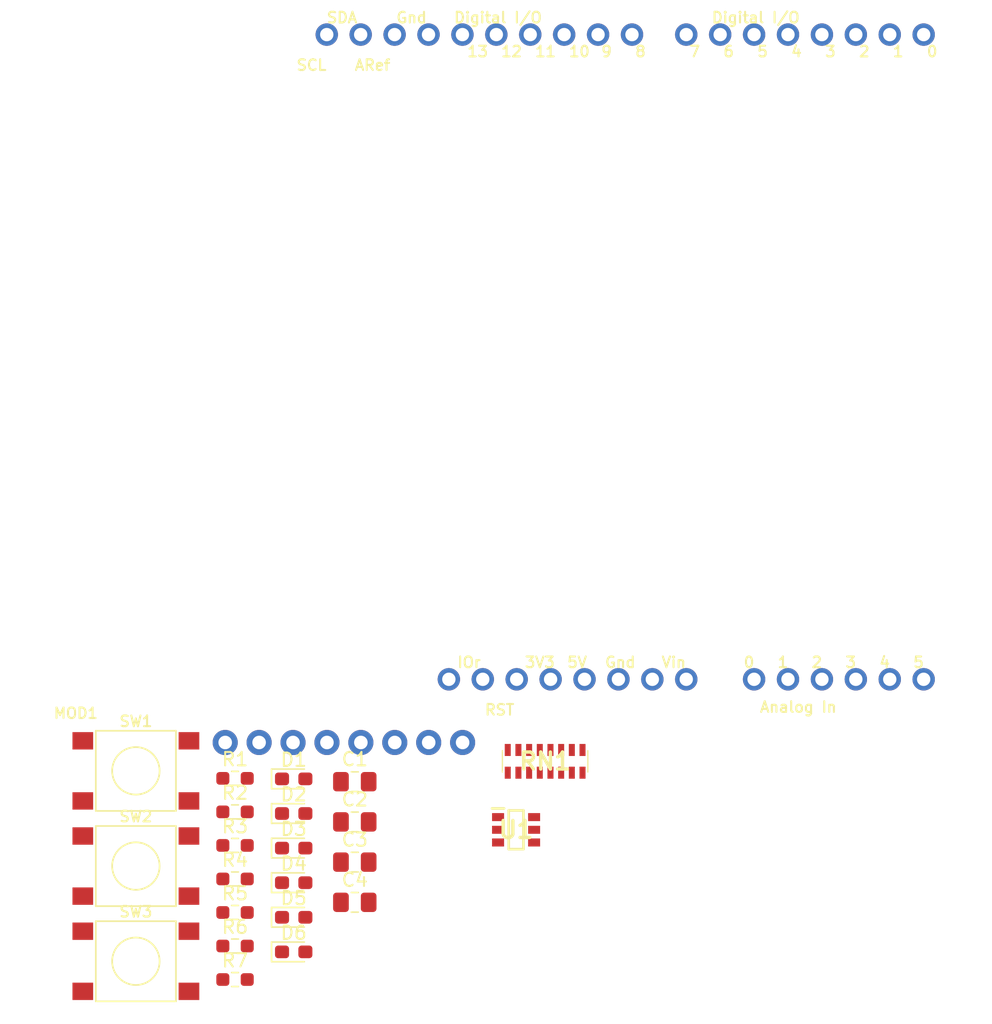
<source format=kicad_pcb>
(kicad_pcb (version 20221018) (generator pcbnew)
  (title_block (title "Week 4 Board") (date "2023-10-16") (rev "1.0"))
  (layers (0 "F.Cu" signal) (31 "B.Cu" signal) (34 "B.Paste" user) (35 "F.Paste" user) (36 "B.SilkS" user "B.Silkscreen") (37 "F.SilkS" user "F.Silkscreen") (38 "B.Mask" user) (39 "F.Mask" user) (44 "Edge.Cuts" user))
  (net 0 "")
  (net 1 "SW1_INT")
  (net 2 "GND")
  (net 3 "~{SW2_INPUT}")
  (net 4 "~{RESET}")
  (net 5 "+3.3V")
  (net 6 "Net-(D1-A)")
  (net 7 "Net-(D2-A)")
  (net 8 "Net-(D3-A)")
  (net 9 "Net-(D4-A)")
  (net 10 "Net-(D5-A)")
  (net 11 "Net-(D6-A)")
  (net 12 "+5V")
  (net 13 "SCL")
  (net 14 "SDA")
  (net 15 "XDA")
  (net 16 "XCL")
  (net 17 "AD0")
  (net 18 "MPU_INT")
  (net 26 "D5_CTRL")
  (net 27 "D4_CTRL")
  (net 30 "D3_CTRL")
  (net 31 "D2_CTRL")
  (net 32 "D1_CTRL")
  (net 40 "Net-(R1-Pad1)")
  (net 41 "Net-(R3-Pad1)")
  (footprint "RoboJackets:742C163331JP" (layer "F.Cu") (at 124.65 119.14)
    (fp_text reference "RN1" (at 0 0) (layer "F.SilkS") (effects (font (size 1.27 1.27) (thickness 0.254))))
    (fp_text value "330" hide)
    (fp_line (start -3.2 -0.8) (end -3.2 0.8) (stroke (width 0.1)) (layer "F.SilkS"))
    (fp_line (start 3.2 -0.8) (end 3.2 0.8) (stroke (width 0.1)) (layer "F.SilkS"))
    (pad "1" smd rect (at -2.8 0.85) (size 0.45 0.9) (layers "F.Cu" "F.Paste" "F.Mask") (net 32 "D1_CTRL"))
    (pad "2" smd rect (at -2 0.85) (size 0.45 0.9) (layers "F.Cu" "F.Paste" "F.Mask") (net 6 "Net-(D1-A)"))
    (pad "3" smd rect (at -1.2 0.85) (size 0.45 0.9) (layers "F.Cu" "F.Paste" "F.Mask") (net 31 "D2_CTRL"))
    (pad "4" smd rect (at -0.4 0.85) (size 0.45 0.9) (layers "F.Cu" "F.Paste" "F.Mask") (net 7 "Net-(D2-A)"))
    (pad "5" smd rect (at 0.4 0.85) (size 0.45 0.9) (layers "F.Cu" "F.Paste" "F.Mask") (net 30 "D3_CTRL"))
    (pad "6" smd rect (at 1.2 0.85) (size 0.45 0.9) (layers "F.Cu" "F.Paste" "F.Mask") (net 8 "Net-(D3-A)"))
    (pad "7" smd rect (at 2 0.85) (size 0.45 0.9) (layers "F.Cu" "F.Paste" "F.Mask") (net 27 "D4_CTRL"))
    (pad "8" smd rect (at 2.8 0.85) (size 0.45 0.9) (layers "F.Cu" "F.Paste" "F.Mask") (net 9 "Net-(D4-A)"))
    (pad "9" smd rect (at 2.8 -0.85) (size 0.45 0.9) (layers "F.Cu" "F.Paste" "F.Mask") (net 26 "D5_CTRL"))
    (pad "10" smd rect (at 2 -0.85) (size 0.45 0.9) (layers "F.Cu" "F.Paste" "F.Mask") (net 10 "Net-(D5-A)"))
    (pad "11" smd rect (at 1.2 -0.85) (size 0.45 0.9) (layers "F.Cu" "F.Paste" "F.Mask"))
    (pad "12" smd rect (at 0.4 -0.85) (size 0.45 0.9) (layers "F.Cu" "F.Paste" "F.Mask"))
    (pad "13" smd rect (at -0.4 -0.85) (size 0.45 0.9) (layers "F.Cu" "F.Paste" "F.Mask"))
    (pad "14" smd rect (at -1.2 -0.85) (size 0.45 0.9) (layers "F.Cu" "F.Paste" "F.Mask"))
    (pad "15" smd rect (at -2 -0.85) (size 0.45 0.9) (layers "F.Cu" "F.Paste" "F.Mask") (net 12 "+5V"))
    (pad "16" smd rect (at -2.8 -0.85) (size 0.45 0.9) (layers "F.Cu" "F.Paste" "F.Mask") (net 11 "Net-(D6-A)"))
  )
  (footprint "RoboJackets:PTS645SM43SMTR" (layer "F.Cu") (at 94 126.9805)
    (fp_text reference "SW2" (at 0 -3.708) (layer "F.SilkS") (effects (font (size 0.8 0.8))))
    (fp_text value "PTS645")
    (fp_line (start -3 -3) (end -3 3) (stroke (width 0.127)) (layer "F.SilkS"))
    (fp_line (start -3 3) (end 3 3) (stroke (width 0.127)) (layer "F.SilkS"))
    (fp_line (start 3 -3) (end -3 -3) (stroke (width 0.127)) (layer "F.SilkS"))
    (fp_line (start 3 3) (end 3 -3) (stroke (width 0.127)) (layer "F.SilkS"))
    (fp_circle (center 0 0) (end 1.778 0) (stroke (width 0.127)) (fill none) (layer "F.SilkS"))
    (pad "1" smd rect (at -3.975 -2.25) (size 1.55 1.3) (layers "F.Cu" "F.Paste" "F.Mask") (net 12 "+5V"))
    (pad "2" smd rect (at 3.975 -2.25) (size 1.55 1.3) (layers "F.Cu" "F.Paste" "F.Mask") (net 12 "+5V"))
    (pad "3" smd rect (at -3.975 2.25) (size 1.55 1.3) (layers "F.Cu" "F.Paste" "F.Mask") (net 40 "Net-(R1-Pad1)"))
    (pad "4" smd rect (at 3.975 2.25) (size 1.55 1.3) (layers "F.Cu" "F.Paste" "F.Mask") (net 40 "Net-(R1-Pad1)"))
  )
  (footprint "LED_SMD:LED_0603_1608Metric_Pad1.05x0.95mm_HandSolder" (layer "F.Cu") (at 105.82 123.045)
    (fp_text reference "D2" (at 0 -1.43) (layer "F.SilkS"))
    (fp_text value "RED")
    (fp_line (start -1.66 -0.735) (end -1.66 0.735) (stroke (width 0.12)) (layer "F.SilkS"))
    (fp_line (start -1.66 0.735) (end 0.8 0.735) (stroke (width 0.12)) (layer "F.SilkS"))
    (fp_line (start 0.8 -0.735) (end -1.66 -0.735) (stroke (width 0.12)) (layer "F.SilkS"))
    (pad "1" smd roundrect (at -0.875 0) (size 1.05 0.95) (layers "F.Cu" "F.Paste" "F.Mask") (net 2 "GND"))
    (pad "2" smd roundrect (at 0.875 0) (size 1.05 0.95) (layers "F.Cu" "F.Paste" "F.Mask") (net 7 "Net-(D2-A)"))
  )
  (footprint "Resistor_SMD:R_0603_1608Metric_Pad0.98x0.95mm_HandSolder" (layer "F.Cu") (at 101.425 125.435)
    (fp_text reference "R3" (at 0 -1.43) (layer "F.SilkS"))
    (fp_text value "1K")
    (fp_line (start -0.254724 -0.5225) (end 0.254724 -0.5225) (stroke (width 0.12)) (layer "F.SilkS"))
    (fp_line (start -0.254724 0.5225) (end 0.254724 0.5225) (stroke (width 0.12)) (layer "F.SilkS"))
    (pad "1" smd roundrect (at -0.9125 0) (size 0.975 0.95) (layers "F.Cu" "F.Paste" "F.Mask") (net 41 "Net-(R3-Pad1)"))
    (pad "2" smd roundrect (at 0.9125 0) (size 0.975 0.95) (layers "F.Cu" "F.Paste" "F.Mask") (net 3 "~{SW2_INPUT}"))
  )
  (footprint "Resistor_SMD:R_0603_1608Metric_Pad0.98x0.95mm_HandSolder" (layer "F.Cu") (at 101.425 120.415)
    (fp_text reference "R1" (at 0 -1.43) (layer "F.SilkS"))
    (fp_text value "1K")
    (fp_line (start -0.254724 -0.5225) (end 0.254724 -0.5225) (stroke (width 0.12)) (layer "F.SilkS"))
    (fp_line (start -0.254724 0.5225) (end 0.254724 0.5225) (stroke (width 0.12)) (layer "F.SilkS"))
    (pad "1" smd roundrect (at -0.9125 0) (size 0.975 0.95) (layers "F.Cu" "F.Paste" "F.Mask") (net 40 "Net-(R1-Pad1)"))
    (pad "2" smd roundrect (at 0.9125 0) (size 0.975 0.95) (layers "F.Cu" "F.Paste" "F.Mask") (net 1 "SW1_INT"))
  )
  (footprint "Capacitor_SMD:C_0805_2012Metric_Pad1.18x1.45mm_HandSolder" (layer "F.Cu") (at 110.395 120.665)
    (fp_text reference "C1" (at 0 -1.68) (layer "F.SilkS"))
    (fp_text value "0.1uF")
    (fp_line (start -0.261252 -0.735) (end 0.261252 -0.735) (stroke (width 0.12)) (layer "F.SilkS"))
    (fp_line (start -0.261252 0.735) (end 0.261252 0.735) (stroke (width 0.12)) (layer "F.SilkS"))
    (pad "1" smd roundrect (at -1.0375 0) (size 1.175 1.45) (layers "F.Cu" "F.Paste" "F.Mask") (roundrect_rratio 0.212766) (net 1 "SW1_INT"))
    (pad "2" smd roundrect (at 1.0375 0) (size 1.175 1.45) (layers "F.Cu" "F.Paste" "F.Mask") (roundrect_rratio 0.212766) (net 2 "GND"))
  )
  (footprint "LED_SMD:LED_0603_1608Metric_Pad1.05x0.95mm_HandSolder" (layer "F.Cu") (at 105.82 130.815)
    (fp_text reference "D5" (at 0 -1.43) (layer "F.SilkS"))
    (fp_text value "RED")
    (fp_line (start -1.66 -0.735) (end -1.66 0.735) (stroke (width 0.12)) (layer "F.SilkS"))
    (fp_line (start -1.66 0.735) (end 0.8 0.735) (stroke (width 0.12)) (layer "F.SilkS"))
    (fp_line (start 0.8 -0.735) (end -1.66 -0.735) (stroke (width 0.12)) (layer "F.SilkS"))
    (pad "1" smd roundrect (at -0.875 0) (size 1.05 0.95) (layers "F.Cu" "F.Paste" "F.Mask") (net 2 "GND"))
    (pad "2" smd roundrect (at 0.875 0) (size 1.05 0.95) (layers "F.Cu" "F.Paste" "F.Mask") (net 10 "Net-(D5-A)"))
  )
  (footprint "Resistor_SMD:R_0603_1608Metric_Pad0.98x0.95mm_HandSolder" (layer "F.Cu") (at 101.425 135.475)
    (fp_text reference "R7" (at 0 -1.43) (layer "F.SilkS"))
    (fp_text value "10K")
    (fp_line (start -0.254724 -0.5225) (end 0.254724 -0.5225) (stroke (width 0.12)) (layer "F.SilkS"))
    (fp_line (start -0.254724 0.5225) (end 0.254724 0.5225) (stroke (width 0.12)) (layer "F.SilkS"))
    (pad "1" smd roundrect (at -0.9125 0) (size 0.975 0.95) (layers "F.Cu" "F.Paste" "F.Mask") (net 1 "SW1_INT"))
    (pad "2" smd roundrect (at 0.9125 0) (size 0.975 0.95) (layers "F.Cu" "F.Paste" "F.Mask") (net 2 "GND"))
  )
  (footprint "RoboJackets:PTS645SM43SMTR" (layer "F.Cu") (at 94 119.8535)
    (fp_text reference "SW1" (at 0 -3.708) (layer "F.SilkS") (effects (font (size 0.8 0.8))))
    (fp_text value "PTS645")
    (fp_line (start -3 -3) (end -3 3) (stroke (width 0.127)) (layer "F.SilkS"))
    (fp_line (start -3 3) (end 3 3) (stroke (width 0.127)) (layer "F.SilkS"))
    (fp_line (start 3 -3) (end -3 -3) (stroke (width 0.127)) (layer "F.SilkS"))
    (fp_line (start 3 3) (end 3 -3) (stroke (width 0.127)) (layer "F.SilkS"))
    (fp_circle (center 0 0) (end 1.778 0) (stroke (width 0.127)) (fill none) (layer "F.SilkS"))
    (pad "1" smd rect (at -3.975 -2.25) (size 1.55 1.3) (layers "F.Cu" "F.Paste" "F.Mask") (net 2 "GND"))
    (pad "2" smd rect (at 3.975 -2.25) (size 1.55 1.3) (layers "F.Cu" "F.Paste" "F.Mask") (net 2 "GND"))
    (pad "3" smd rect (at -3.975 2.25) (size 1.55 1.3) (layers "F.Cu" "F.Paste" "F.Mask") (net 41 "Net-(R3-Pad1)"))
    (pad "4" smd rect (at 3.975 2.25) (size 1.55 1.3) (layers "F.Cu" "F.Paste" "F.Mask") (net 41 "Net-(R3-Pad1)"))
  )
  (footprint "RoboJackets:TLE493DA2B6HTSA1" (layer "F.Cu") (at 122.475 124.265)
    (fp_text reference "U1" (at 0 0) (layer "F.SilkS") (effects (font (size 1.27 1.27) (thickness 0.254))))
    (fp_text value "TLE493DA2B6HTSA1" hide)
    (fp_line (start -1.8 -1.6) (end -0.9 -1.6) (stroke (width 0.2)) (layer "F.SilkS"))
    (fp_line (start -0.55 -1.45) (end 0.55 -1.45) (stroke (width 0.2)) (layer "F.SilkS"))
    (fp_line (start -0.55 1.45) (end -0.55 -1.45) (stroke (width 0.2)) (layer "F.SilkS"))
    (fp_line (start 0.55 -1.45) (end 0.55 1.45) (stroke (width 0.2)) (layer "F.SilkS"))
    (fp_line (start 0.55 1.45) (end -0.55 1.45) (stroke (width 0.2)) (layer "F.SilkS"))
    (pad "1" smd rect (at -1.35 -0.95 90) (size 0.6 0.9) (layers "F.Cu" "F.Paste" "F.Mask") (net 16 "XCL"))
    (pad "2" smd rect (at -1.35 0 90) (size 0.6 0.9) (layers "F.Cu" "F.Paste" "F.Mask") (net 2 "GND"))
    (pad "3" smd rect (at -1.35 0.95 90) (size 0.6 0.9) (layers "F.Cu" "F.Paste" "F.Mask") (net 2 "GND"))
    (pad "4" smd rect (at 1.35 0.95 90) (size 0.6 0.9) (layers "F.Cu" "F.Paste" "F.Mask") (net 5 "+3.3V"))
    (pad "5" smd rect (at 1.35 0 90) (size 0.6 0.9) (layers "F.Cu" "F.Paste" "F.Mask") (net 2 "GND"))
    (pad "6" smd rect (at 1.35 -0.95 90) (size 0.6 0.9) (layers "F.Cu" "F.Paste" "F.Mask") (net 15 "XDA"))
  )
  (footprint "Capacitor_SMD:C_0805_2012Metric_Pad1.18x1.45mm_HandSolder" (layer "F.Cu") (at 110.395 129.695)
    (fp_text reference "C4" (at 0 -1.68) (layer "F.SilkS"))
    (fp_text value "0.1uF")
    (fp_line (start -0.261252 -0.735) (end 0.261252 -0.735) (stroke (width 0.12)) (layer "F.SilkS"))
    (fp_line (start -0.261252 0.735) (end 0.261252 0.735) (stroke (width 0.12)) (layer "F.SilkS"))
    (pad "1" smd roundrect (at -1.0375 0) (size 1.175 1.45) (layers "F.Cu" "F.Paste" "F.Mask") (roundrect_rratio 0.212766) (net 5 "+3.3V"))
    (pad "2" smd roundrect (at 1.0375 0) (size 1.175 1.45) (layers "F.Cu" "F.Paste" "F.Mask") (roundrect_rratio 0.212766) (net 2 "GND"))
  )
  (footprint "Resistor_SMD:R_0603_1608Metric_Pad0.98x0.95mm_HandSolder" (layer "F.Cu") (at 101.425 130.455)
    (fp_text reference "R5" (at 0 -1.43) (layer "F.SilkS"))
    (fp_text value "1.2K")
    (fp_line (start -0.254724 -0.5225) (end 0.254724 -0.5225) (stroke (width 0.12)) (layer "F.SilkS"))
    (fp_line (start -0.254724 0.5225) (end 0.254724 0.5225) (stroke (width 0.12)) (layer "F.SilkS"))
    (pad "1" smd roundrect (at -0.9125 0) (size 0.975 0.95) (layers "F.Cu" "F.Paste" "F.Mask") (net 16 "XCL"))
    (pad "2" smd roundrect (at 0.9125 0) (size 0.975 0.95) (layers "F.Cu" "F.Paste" "F.Mask") (net 5 "+3.3V"))
  )
  (footprint "Resistor_SMD:R_0603_1608Metric_Pad0.98x0.95mm_HandSolder" (layer "F.Cu") (at 101.425 122.925)
    (fp_text reference "R2" (at 0 -1.43) (layer "F.SilkS"))
    (fp_text value "10K")
    (fp_line (start -0.254724 -0.5225) (end 0.254724 -0.5225) (stroke (width 0.12)) (layer "F.SilkS"))
    (fp_line (start -0.254724 0.5225) (end 0.254724 0.5225) (stroke (width 0.12)) (layer "F.SilkS"))
    (pad "1" smd roundrect (at -0.9125 0) (size 0.975 0.95) (layers "F.Cu" "F.Paste" "F.Mask") (net 12 "+5V"))
    (pad "2" smd roundrect (at 0.9125 0) (size 0.975 0.95) (layers "F.Cu" "F.Paste" "F.Mask") (net 3 "~{SW2_INPUT}"))
  )
  (footprint "LED_SMD:LED_0603_1608Metric_Pad1.05x0.95mm_HandSolder" (layer "F.Cu") (at 105.82 125.635)
    (fp_text reference "D3" (at 0 -1.43) (layer "F.SilkS"))
    (fp_text value "RED")
    (fp_line (start -1.66 -0.735) (end -1.66 0.735) (stroke (width 0.12)) (layer "F.SilkS"))
    (fp_line (start -1.66 0.735) (end 0.8 0.735) (stroke (width 0.12)) (layer "F.SilkS"))
    (fp_line (start 0.8 -0.735) (end -1.66 -0.735) (stroke (width 0.12)) (layer "F.SilkS"))
    (pad "1" smd roundrect (at -0.875 0) (size 1.05 0.95) (layers "F.Cu" "F.Paste" "F.Mask") (net 2 "GND"))
    (pad "2" smd roundrect (at 0.875 0) (size 1.05 0.95) (layers "F.Cu" "F.Paste" "F.Mask") (net 8 "Net-(D3-A)"))
  )
  (footprint "LED_SMD:LED_0603_1608Metric_Pad1.05x0.95mm_HandSolder" (layer "F.Cu") (at 105.82 133.405)
    (fp_text reference "D6" (at 0 -1.43) (layer "F.SilkS"))
    (fp_text value "GREEN")
    (fp_line (start -1.66 -0.735) (end -1.66 0.735) (stroke (width 0.12)) (layer "F.SilkS"))
    (fp_line (start -1.66 0.735) (end 0.8 0.735) (stroke (width 0.12)) (layer "F.SilkS"))
    (fp_line (start 0.8 -0.735) (end -1.66 -0.735) (stroke (width 0.12)) (layer "F.SilkS"))
    (pad "1" smd roundrect (at -0.875 0) (size 1.05 0.95) (layers "F.Cu" "F.Paste" "F.Mask") (net 2 "GND"))
    (pad "2" smd roundrect (at 0.875 0) (size 1.05 0.95) (layers "F.Cu" "F.Paste" "F.Mask") (net 11 "Net-(D6-A)"))
  )
  (footprint "RoboJackets:ARDUINO_UNO_R3" (layer "F.Cu") (at 89.5 115.54)
    (fp_text reference "MOD1" (at 0 0) (layer "F.SilkS") (effects (font (size 0.787402 0.787402))))
    (fp_text value "ARDUINO-UNO-R3")
    (fp_text user "Digital I/O" (at 50.927 -52.07) (layer "F.SilkS") (effects (font (size 0.8 0.8))))
    (fp_text user "0" (at 50.419 -3.81) (layer "F.SilkS") (effects (font (size 0.8 0.8))))
    (fp_text user "3" (at 58.039 -3.81) (layer "F.SilkS") (effects (font (size 0.8 0.8))))
    (fp_text user "12" (at 32.639 -49.53) (layer "F.SilkS") (effects (font (size 0.8 0.8))))
    (fp_text user "RST" (at 31.7399 -0.254) (layer "F.SilkS") (effects (font (size 0.8 0.8))))
    (fp_text user "5V" (at 37.5463 -3.81) (layer "F.SilkS") (effects (font (size 0.8 0.8))))
    (fp_text user "IOr" (at 29.4539 -3.81) (layer "F.SilkS") (effects (font (size 0.8 0.8))))
    (fp_text user "0" (at 64.135 -49.53) (layer "F.SilkS") (effects (font (size 0.8 0.8))))
    (fp_text user "10" (at 37.719 -49.53) (layer "F.SilkS") (effects (font (size 0.8 0.8))))
    (fp_text user "5" (at 51.435 -49.53) (layer "F.SilkS") (effects (font (size 0.8 0.8))))
    (fp_text user "SCL" (at 17.653 -48.514) (layer "F.SilkS") (effects (font (size 0.8 0.8))))
    (fp_text user "11" (at 35.179 -49.53) (layer "F.SilkS") (effects (font (size 0.8 0.8))))
    (fp_text user "6" (at 48.895 -49.53) (layer "F.SilkS") (effects (font (size 0.8 0.8))))
    (fp_text user "1" (at 61.595 -49.53) (layer "F.SilkS") (effects (font (size 0.8 0.8))))
    (fp_text user "SDA" (at 19.939 -52.07) (layer "F.SilkS") (effects (font (size 0.8 0.8))))
    (fp_text user "4" (at 53.975 -49.53) (layer "F.SilkS") (effects (font (size 0.8 0.8))))
    (fp_text user "7" (at 46.355 -49.53) (layer "F.SilkS") (effects (font (size 0.8 0.8))))
    (fp_text user "13" (at 30.099 -49.53) (layer "F.SilkS") (effects (font (size 0.8 0.8))))
    (fp_text user "5" (at 63.119 -3.81) (layer "F.SilkS") (effects (font (size 0.8 0.8))))
    (fp_text user "ARef" (at 22.225 -48.514) (layer "F.SilkS") (effects (font (size 0.8 0.8))))
    (fp_text user "1" (at 52.959 -3.81) (layer "F.SilkS") (effects (font (size 0.8 0.8))))
    (fp_text user "Gnd" (at 25.146 -52.07) (layer "F.SilkS") (effects (font (size 0.8 0.8))))
    (fp_text user "4" (at 60.579 -3.81) (layer "F.SilkS") (effects (font (size 0.8 0.8))))
    (fp_text user "Analog In" (at 54.1121 -0.4623) (layer "F.SilkS") (effects (font (size 0.8 0.8))))
    (fp_text user "3" (at 56.515 -49.53) (layer "F.SilkS") (effects (font (size 0.8 0.8))))
    (fp_text user "8" (at 42.291 -49.53) (layer "F.SilkS") (effects (font (size 0.8 0.8))))
    (fp_text user "Vin" (at 44.7853 -3.81) (layer "F.SilkS") (effects (font (size 0.8 0.8))))
    (fp_text user "2" (at 55.499 -3.81) (layer "F.SilkS") (effects (font (size 0.8 0.8))))
    (fp_text user "3V3" (at 34.7523 -3.81) (layer "F.SilkS") (effects (font (size 0.8 0.8))))
    (fp_text user "Digital I/O" (at 31.623 -52.07) (layer "F.SilkS") (effects (font (size 0.8 0.8))))
    (fp_text user "Gnd" (at 40.7771 -3.81) (layer "F.SilkS") (effects (font (size 0.8 0.8))))
    (fp_text user "9" (at 39.751 -49.53) (layer "F.SilkS") (effects (font (size 0.8 0.8))))
    (fp_text user "2" (at 59.055 -49.53) (layer "F.SilkS") (effects (font (size 0.8 0.8))))
    (pad "3V3" thru_hole circle (at 35.56 -2.54) (size 1.6764 1.6764) (drill 1) (layers "*.Cu" "*.Mask") (net 5 "+3.3V"))
    (pad "5V" thru_hole circle (at 38.1 -2.54) (size 1.6764 1.6764) (drill 1) (layers "*.Cu" "*.Mask") (net 12 "+5V"))
    (pad "A0" thru_hole circle (at 50.8 -2.54) (size 1.6764 1.6764) (drill 1) (layers "*.Cu" "*.Mask"))
    (pad "A1" thru_hole circle (at 53.34 -2.54) (size 1.6764 1.6764) (drill 1) (layers "*.Cu" "*.Mask"))
    (pad "A2" thru_hole circle (at 55.88 -2.54) (size 1.6764 1.6764) (drill 1) (layers "*.Cu" "*.Mask"))
    (pad "A3" thru_hole circle (at 58.42 -2.54) (size 1.6764 1.6764) (drill 1) (layers "*.Cu" "*.Mask"))
    (pad "A4" thru_hole circle (at 60.96 -2.54) (size 1.6764 1.6764) (drill 1) (layers "*.Cu" "*.Mask") (net 14 "SDA"))
    (pad "A5" thru_hole circle (at 63.5 -2.54) (size 1.6764 1.6764) (drill 1) (layers "*.Cu" "*.Mask") (net 13 "SCL"))
    (pad "AREF" thru_hole circle (at 23.876 -50.8) (size 1.6764 1.6764) (drill 1) (layers "*.Cu" "*.Mask"))
    (pad "D0" thru_hole circle (at 63.5 -50.8) (size 1.6764 1.6764) (drill 1) (layers "*.Cu" "*.Mask"))
    (pad "D1" thru_hole circle (at 60.96 -50.8) (size 1.6764 1.6764) (drill 1) (layers "*.Cu" "*.Mask"))
    (pad "D2" thru_hole circle (at 58.42 -50.8) (size 1.6764 1.6764) (drill 1) (layers "*.Cu" "*.Mask") (net 18 "MPU_INT"))
    (pad "D3" thru_hole circle (at 55.88 -50.8) (size 1.6764 1.6764) (drill 1) (layers "*.Cu" "*.Mask") (net 1 "SW1_INT"))
    (pad "D4" thru_hole circle (at 53.34 -50.8) (size 1.6764 1.6764) (drill 1) (layers "*.Cu" "*.Mask") (net 3 "~{SW2_INPUT}"))
    (pad "D5" thru_hole circle (at 50.8 -50.8) (size 1.6764 1.6764) (drill 1) (layers "*.Cu" "*.Mask") (net 26 "D5_CTRL"))
    (pad "D6" thru_hole circle (at 48.26 -50.8) (size 1.6764 1.6764) (drill 1) (layers "*.Cu" "*.Mask") (net 27 "D4_CTRL"))
    (pad "D7" thru_hole circle (at 45.72 -50.8) (size 1.6764 1.6764) (drill 1) (layers "*.Cu" "*.Mask"))
    (pad "D8" thru_hole circle (at 41.656 -50.8) (size 1.6764 1.6764) (drill 1) (layers "*.Cu" "*.Mask"))
    (pad "D9" thru_hole circle (at 39.116 -50.8) (size 1.6764 1.6764) (drill 1) (layers "*.Cu" "*.Mask") (net 30 "D3_CTRL"))
    (pad "D10" thru_hole circle (at 36.576 -50.8) (size 1.6764 1.6764) (drill 1) (layers "*.Cu" "*.Mask") (net 31 "D2_CTRL"))
    (pad "D11" thru_hole circle (at 34.036 -50.8) (size 1.6764 1.6764) (drill 1) (layers "*.Cu" "*.Mask") (net 32 "D1_CTRL"))
    (pad "D12" thru_hole circle (at 31.496 -50.8) (size 1.6764 1.6764) (drill 1) (layers "*.Cu" "*.Mask"))
    (pad "D13" thru_hole circle (at 28.956 -50.8) (size 1.6764 1.6764) (drill 1) (layers "*.Cu" "*.Mask"))
    (pad "GND" thru_hole circle (at 26.416 -50.8) (size 1.6764 1.6764) (drill 1) (layers "*.Cu" "*.Mask") (net 2 "GND"))
    (pad "GND1" thru_hole circle (at 43.18 -2.54) (size 1.6764 1.6764) (drill 1) (layers "*.Cu" "*.Mask") (net 2 "GND"))
    (pad "GND2" thru_hole circle (at 40.64 -2.54) (size 1.6764 1.6764) (drill 1) (layers "*.Cu" "*.Mask") (net 2 "GND"))
    (pad "IOREF" thru_hole circle (at 30.48 -2.54) (size 1.6764 1.6764) (drill 1) (layers "*.Cu" "*.Mask"))
    (pad "RESERVED" thru_hole circle (at 27.94 -2.54) (size 1.6764 1.6764) (drill 1) (layers "*.Cu" "*.Mask"))
    (pad "RESET" thru_hole circle (at 33.02 -2.54) (size 1.6764 1.6764) (drill 1) (layers "*.Cu" "*.Mask") (net 4 "~{RESET}"))
    (pad "SCL" thru_hole circle (at 18.796 -50.8) (size 1.6764 1.6764) (drill 1) (layers "*.Cu" "*.Mask"))
    (pad "SDA" thru_hole circle (at 21.336 -50.8) (size 1.6764 1.6764) (drill 1) (layers "*.Cu" "*.Mask"))
    (pad "VIN" thru_hole circle (at 45.72 -2.54) (size 1.6764 1.6764) (drill 1) (layers "*.Cu" "*.Mask"))
  )
  (footprint "Resistor_SMD:R_0603_1608Metric_Pad0.98x0.95mm_HandSolder" (layer "F.Cu") (at 101.425 132.965)
    (fp_text reference "R6" (at 0 -1.43) (layer "F.SilkS"))
    (fp_text value "1.2K")
    (fp_line (start -0.254724 -0.5225) (end 0.254724 -0.5225) (stroke (width 0.12)) (layer "F.SilkS"))
    (fp_line (start -0.254724 0.5225) (end 0.254724 0.5225) (stroke (width 0.12)) (layer "F.SilkS"))
    (pad "1" smd roundrect (at -0.9125 0) (size 0.975 0.95) (layers "F.Cu" "F.Paste" "F.Mask") (net 5 "+3.3V"))
    (pad "2" smd roundrect (at 0.9125 0) (size 0.975 0.95) (layers "F.Cu" "F.Paste" "F.Mask") (net 15 "XDA"))
  )
  (footprint "Resistor_SMD:R_0603_1608Metric_Pad0.98x0.95mm_HandSolder" (layer "F.Cu") (at 101.425 127.945)
    (fp_text reference "R4" (at 0 -1.43) (layer "F.SilkS"))
    (fp_text value "10K")
    (fp_line (start -0.254724 -0.5225) (end 0.254724 -0.5225) (stroke (width 0.12)) (layer "F.SilkS"))
    (fp_line (start -0.254724 0.5225) (end 0.254724 0.5225) (stroke (width 0.12)) (layer "F.SilkS"))
    (pad "1" smd roundrect (at -0.9125 0) (size 0.975 0.95) (layers "F.Cu" "F.Paste" "F.Mask") (net 12 "+5V"))
    (pad "2" smd roundrect (at 0.9125 0) (size 0.975 0.95) (layers "F.Cu" "F.Paste" "F.Mask") (net 4 "~{RESET}"))
  )
  (footprint "LED_SMD:LED_0603_1608Metric_Pad1.05x0.95mm_HandSolder" (layer "F.Cu") (at 105.82 128.225)
    (fp_text reference "D4" (at 0 -1.43) (layer "F.SilkS"))
    (fp_text value "RED")
    (fp_line (start -1.66 -0.735) (end -1.66 0.735) (stroke (width 0.12)) (layer "F.SilkS"))
    (fp_line (start -1.66 0.735) (end 0.8 0.735) (stroke (width 0.12)) (layer "F.SilkS"))
    (fp_line (start 0.8 -0.735) (end -1.66 -0.735) (stroke (width 0.12)) (layer "F.SilkS"))
    (pad "1" smd roundrect (at -0.875 0) (size 1.05 0.95) (layers "F.Cu" "F.Paste" "F.Mask") (net 2 "GND"))
    (pad "2" smd roundrect (at 0.875 0) (size 1.05 0.95) (layers "F.Cu" "F.Paste" "F.Mask") (net 9 "Net-(D4-A)"))
  )
  (footprint "Capacitor_SMD:C_0805_2012Metric_Pad1.18x1.45mm_HandSolder" (layer "F.Cu") (at 110.395 123.675)
    (fp_text reference "C2" (at 0 -1.68) (layer "F.SilkS"))
    (fp_text value "0.1uF")
    (fp_line (start -0.261252 -0.735) (end 0.261252 -0.735) (stroke (width 0.12)) (layer "F.SilkS"))
    (fp_line (start -0.261252 0.735) (end 0.261252 0.735) (stroke (width 0.12)) (layer "F.SilkS"))
    (pad "1" smd roundrect (at -1.0375 0) (size 1.175 1.45) (layers "F.Cu" "F.Paste" "F.Mask") (roundrect_rratio 0.212766) (net 3 "~{SW2_INPUT}"))
    (pad "2" smd roundrect (at 1.0375 0) (size 1.175 1.45) (layers "F.Cu" "F.Paste" "F.Mask") (roundrect_rratio 0.212766) (net 2 "GND"))
  )
  (footprint "SparkFun-Connector:1X08" (layer "F.Cu") (at 100.6898 117.7298)
    (fp_text reference "J1")
    (fp_text value "GY-521-MPU-6050")
    (pad "1" thru_hole circle (at 0 0 90) (size 1.8796 1.8796) (drill 1.016) (layers "*.Cu" "*.Mask") (net 12 "+5V"))
    (pad "2" thru_hole circle (at 2.54 0 90) (size 1.8796 1.8796) (drill 1.016) (layers "*.Cu" "*.Mask") (net 2 "GND"))
    (pad "3" thru_hole circle (at 5.08 0 90) (size 1.8796 1.8796) (drill 1.016) (layers "*.Cu" "*.Mask") (net 13 "SCL"))
    (pad "4" thru_hole circle (at 7.62 0 90) (size 1.8796 1.8796) (drill 1.016) (layers "*.Cu" "*.Mask") (net 14 "SDA"))
    (pad "5" thru_hole circle (at 10.16 0 90) (size 1.8796 1.8796) (drill 1.016) (layers "*.Cu" "*.Mask") (net 15 "XDA"))
    (pad "6" thru_hole circle (at 12.7 0 90) (size 1.8796 1.8796) (drill 1.016) (layers "*.Cu" "*.Mask") (net 16 "XCL"))
    (pad "7" thru_hole circle (at 15.24 0 90) (size 1.8796 1.8796) (drill 1.016) (layers "*.Cu" "*.Mask") (net 17 "AD0"))
    (pad "8" thru_hole circle (at 17.78 0 90) (size 1.8796 1.8796) (drill 1.016) (layers "*.Cu" "*.Mask") (net 18 "MPU_INT"))
  )
  (footprint "RoboJackets:PTS645SM43SMTR" (layer "F.Cu") (at 94 134.1075)
    (fp_text reference "SW3" (at 0 -3.708) (layer "F.SilkS") (effects (font (size 0.8 0.8))))
    (fp_text value "PTS645")
    (fp_line (start -3 -3) (end -3 3) (stroke (width 0.127)) (layer "F.SilkS"))
    (fp_line (start -3 3) (end 3 3) (stroke (width 0.127)) (layer "F.SilkS"))
    (fp_line (start 3 -3) (end -3 -3) (stroke (width 0.127)) (layer "F.SilkS"))
    (fp_line (start 3 3) (end 3 -3) (stroke (width 0.127)) (layer "F.SilkS"))
    (fp_circle (center 0 0) (end 1.778 0) (stroke (width 0.127)) (fill none) (layer "F.SilkS"))
    (pad "1" smd rect (at -3.975 -2.25) (size 1.55 1.3) (layers "F.Cu" "F.Paste" "F.Mask") (net 2 "GND"))
    (pad "2" smd rect (at 3.975 -2.25) (size 1.55 1.3) (layers "F.Cu" "F.Paste" "F.Mask") (net 2 "GND"))
    (pad "3" smd rect (at -3.975 2.25) (size 1.55 1.3) (layers "F.Cu" "F.Paste" "F.Mask") (net 4 "~{RESET}"))
    (pad "4" smd rect (at 3.975 2.25) (size 1.55 1.3) (layers "F.Cu" "F.Paste" "F.Mask") (net 4 "~{RESET}"))
  )
  (footprint "Capacitor_SMD:C_0805_2012Metric_Pad1.18x1.45mm_HandSolder" (layer "F.Cu") (at 110.395 126.685)
    (fp_text reference "C3" (at 0 -1.68) (layer "F.SilkS"))
    (fp_text value "0.1uF")
    (fp_line (start -0.261252 -0.735) (end 0.261252 -0.735) (stroke (width 0.12)) (layer "F.SilkS"))
    (fp_line (start -0.261252 0.735) (end 0.261252 0.735) (stroke (width 0.12)) (layer "F.SilkS"))
    (pad "1" smd roundrect (at -1.0375 0) (size 1.175 1.45) (layers "F.Cu" "F.Paste" "F.Mask") (roundrect_rratio 0.212766) (net 4 "~{RESET}"))
    (pad "2" smd roundrect (at 1.0375 0) (size 1.175 1.45) (layers "F.Cu" "F.Paste" "F.Mask") (roundrect_rratio 0.212766) (net 2 "GND"))
  )
  (footprint "LED_SMD:LED_0603_1608Metric_Pad1.05x0.95mm_HandSolder" (layer "F.Cu") (at 105.82 120.455)
    (fp_text reference "D1" (at 0 -1.43) (layer "F.SilkS"))
    (fp_text value "RED")
    (fp_line (start -1.66 -0.735) (end -1.66 0.735) (stroke (width 0.12)) (layer "F.SilkS"))
    (fp_line (start -1.66 0.735) (end 0.8 0.735) (stroke (width 0.12)) (layer "F.SilkS"))
    (fp_line (start 0.8 -0.735) (end -1.66 -0.735) (stroke (width 0.12)) (layer "F.SilkS"))
    (pad "1" smd roundrect (at -0.875 0) (size 1.05 0.95) (layers "F.Cu" "F.Paste" "F.Mask") (net 2 "GND"))
    (pad "2" smd roundrect (at 0.875 0) (size 1.05 0.95) (layers "F.Cu" "F.Paste" "F.Mask") (net 6 "Net-(D1-A)"))
  )
)
</source>
